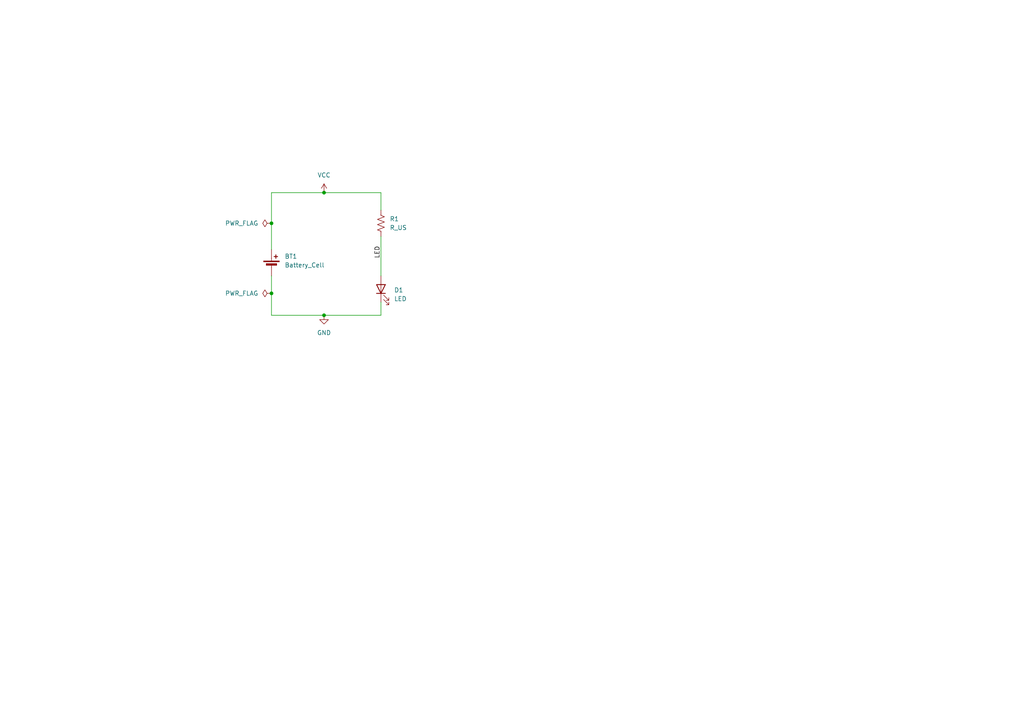
<source format=kicad_sch>
(kicad_sch (version 20230121) (generator eeschema)
  (paper "A4")
  (title_block (title "Getting Started in KiCad 7.0") (date "2023-09-10") (rev "0"))
  (lib_symbols
    (symbol "Device:Battery_Cell" (pin_numbers hide) (pin_names (offset 0) hide)
      (property "Reference" "BT" (at 2.54 2.54 0))
      (property "Value" "Battery_Cell" (at 2.54 0 0))
      (symbol "Battery_Cell_0_1"
        (rectangle (start -2.286 1.778) (end 2.286 1.524) (fill (type outline)))
        (rectangle (start -1.524 1.016) (end 1.524 0.508) (fill (type outline)))
        (polyline (pts (xy 0 0.762) (xy 0 0)))
        (polyline (pts (xy 0 1.778) (xy 0 2.54)))
        (polyline (pts (xy 0.762 3.048) (xy 1.778 3.048)) (stroke (width 0.254)))
        (polyline (pts (xy 1.27 3.556) (xy 1.27 2.54)) (stroke (width 0.254)))
      )
      (symbol "Battery_Cell_1_1"
        (pin passive line (at 0 5.08 270) (length 2.54) (name "+") (number "1"))
        (pin passive line (at 0 -2.54 90) (length 2.54) (name "-") (number "2"))
      )
    )
    (symbol "Device:LED" (pin_numbers hide) (pin_names (offset 1.016) hide)
      (property "Reference" "D" (at 0 2.54 0))
      (property "Value" "LED" (at 0 -2.54 0))
      (symbol "LED_0_1"
        (polyline (pts (xy -1.27 -1.27) (xy -1.27 1.27)) (stroke (width 0.254)))
        (polyline (pts (xy -1.27 0) (xy 1.27 0)))
        (polyline (pts (xy 1.27 -1.27) (xy 1.27 1.27) (xy -1.27 0) (xy 1.27 -1.27)) (stroke (width 0.254)))
        (polyline (pts (xy -3.048 -0.762) (xy -4.572 -2.286) (xy -3.81 -2.286) (xy -4.572 -2.286) (xy -4.572 -1.524)))
        (polyline (pts (xy -1.778 -0.762) (xy -3.302 -2.286) (xy -2.54 -2.286) (xy -3.302 -2.286) (xy -3.302 -1.524)))
      )
      (symbol "LED_1_1"
        (pin passive line (at -3.81 0 0) (length 2.54) (name "K") (number "1"))
        (pin passive line (at 3.81 0 180) (length 2.54) (name "A") (number "2"))
      )
    )
    (symbol "Device:R_US" (pin_numbers hide) (pin_names (offset 0))
      (property "Reference" "R" (at 2.54 0 90))
      (property "Value" "R_US" (at -2.54 0 90))
      (symbol "R_US_0_1"
        (polyline (pts (xy 0 -2.286) (xy 0 -2.54)))
        (polyline (pts (xy 0 2.286) (xy 0 2.54)))
        (polyline (pts (xy 0 -0.762) (xy 1.016 -1.143) (xy 0 -1.524) (xy -1.016 -1.905) (xy 0 -2.286)))
        (polyline (pts (xy 0 0.762) (xy 1.016 0.381) (xy 0 0) (xy -1.016 -0.381) (xy 0 -0.762)))
        (polyline (pts (xy 0 2.286) (xy 1.016 1.905) (xy 0 1.524) (xy -1.016 1.143) (xy 0 0.762)))
      )
      (symbol "R_US_1_1"
        (pin passive line (at 0 3.81 270) (length 1.27) (name "~") (number "1"))
        (pin passive line (at 0 -3.81 90) (length 1.27) (name "~") (number "2"))
      )
    )
    (symbol "power:GND" (power) (pin_names (offset 0))
      (property "Value" "GND" (at 0 -3.81 0))
      (symbol "GND_0_1"
        (polyline (pts (xy 0 0) (xy 0 -1.27) (xy 1.27 -1.27) (xy 0 -2.54) (xy -1.27 -1.27) (xy 0 -1.27)))
      )
      (symbol "GND_1_1"
        (pin power_in line (at 0 0 270) (length 0) hide (name "GND") (number "1"))
      )
    )
    (symbol "power:PWR_FLAG" (power) (pin_numbers hide) (pin_names (offset 0) hide)
      (property "Value" "PWR_FLAG" (at 0 3.81 0))
      (symbol "PWR_FLAG_0_0"
        (pin power_out line (at 0 0 90) (length 0) (name "pwr") (number "1"))
      )
      (symbol "PWR_FLAG_0_1"
        (polyline (pts (xy 0 0) (xy 0 1.27) (xy -1.016 1.905) (xy 0 2.54) (xy 1.016 1.905) (xy 0 1.27)))
      )
    )
    (symbol "power:VCC" (power) (pin_names (offset 0))
      (property "Value" "VCC" (at 0 3.81 0))
      (symbol "VCC_0_1"
        (polyline (pts (xy -0.762 1.27) (xy 0 2.54)))
        (polyline (pts (xy 0 0) (xy 0 2.54)))
        (polyline (pts (xy 0 2.54) (xy 0.762 1.27)))
      )
      (symbol "VCC_1_1"
        (pin power_in line (at 0 0 90) (length 0) hide (name "VCC") (number "1"))
      )
    )
  )
  (junction (at 78.74 64.77))
  (junction (at 78.74 85.09))
  (junction (at 93.98 55.88))
  (junction (at 93.98 91.44))
  (wire (pts (xy 110.49 87.63) (xy 110.49 91.44)))
  (wire (pts (xy 93.98 55.88) (xy 110.49 55.88)))
  (wire (pts (xy 93.98 91.44) (xy 78.74 91.44)))
  (wire (pts (xy 78.74 64.77) (xy 78.74 55.88)))
  (wire (pts (xy 110.49 55.88) (xy 110.49 60.96)))
  (wire (pts (xy 78.74 85.09) (xy 78.74 91.44)))
  (wire (pts (xy 78.74 55.88) (xy 93.98 55.88)))
  (wire (pts (xy 78.74 72.39) (xy 78.74 64.77)))
  (wire (pts (xy 110.49 91.44) (xy 93.98 91.44)))
  (wire (pts (xy 78.74 80.01) (xy 78.74 85.09)))
  (wire (pts (xy 110.49 68.58) (xy 110.49 80.01)))
  (label "LED" (at 110.49 74.93 90))
  (symbol (lib_id "power:GND") (at 93.98 91.44 0) (unit 1)
    (property "Reference" "#PWR01" (effects hide))
    (property "Value" "GND" (at 93.98 96.52 0))
  )
  (symbol (lib_id "power:PWR_FLAG") (at 78.74 64.77 90) (unit 1)
    (property "Reference" "#FLG01" (effects hide))
    (property "Value" "PWR_FLAG" (at 74.93 64.77 90) (effects (justify left)))
  )
  (symbol (lib_id "power:PWR_FLAG") (at 78.74 85.09 90) (unit 1)
    (property "Reference" "#FLG02" (effects hide))
    (property "Value" "PWR_FLAG" (at 74.93 85.09 90) (effects (justify left)))
  )
  (symbol (lib_id "power:VCC") (at 93.98 55.88 0) (unit 1)
    (property "Reference" "#PWR02" (effects hide))
    (property "Value" "VCC" (at 93.98 50.8 0))
  )
  (symbol (lib_id "Device:Battery_Cell") (at 78.74 77.47 0) (unit 1)
    (property "Reference" "BT1" (at 82.55 74.3585 0) (effects (justify left)))
    (property "Value" "Battery_Cell" (at 82.55 76.8985 0) (effects (justify left)))
    (property "Footprint" "Battery:BatteryHolder_Keystone_1058_1x2032" (effects hide))
  )
  (symbol (lib_id "Device:R_US") (at 110.49 64.77 0) (unit 1)
    (property "Reference" "R1" (at 113.03 63.5 0) (effects (justify left)))
    (property "Value" "R_US" (at 113.03 66.04 0) (effects (justify left)))
    (property "Footprint" "Resistor_THT:R_Axial_DIN0309_L9.0mm_D3.2mm_P12.70mm_Horizontal" (effects hide))
  )
  (symbol (lib_id "Device:LED") (at 110.49 83.82 90) (unit 1)
    (property "Reference" "D1" (at 114.3 84.1375 90) (effects (justify right)))
    (property "Value" "LED" (at 114.3 86.6775 90) (effects (justify right)))
    (property "Footprint" "LED_THT:LED_D5.0mm" (effects hide))
  )
)
</source>
